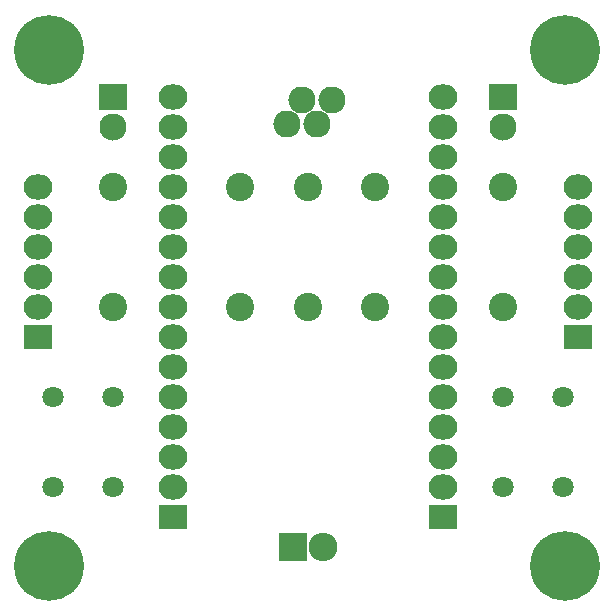
<source format=gbs>
%TF.GenerationSoftware,KiCad,Pcbnew,4.0.1-stable*%
%TF.CreationDate,2016-04-25T20:53:07+01:00*%
%TF.ProjectId,basic,62617369632E6B696361645F70636200,rev?*%
%TF.FileFunction,Soldermask,Bot*%
%FSLAX46Y46*%
G04 Gerber Fmt 4.6, Leading zero omitted, Abs format (unit mm)*
G04 Created by KiCad (PCBNEW 4.0.1-stable) date 25/04/2016 20:53:07*
%MOMM*%
G01*
G04 APERTURE LIST*
%ADD10C,0.100000*%
%ADD11O,2.300000X2.300000*%
%ADD12C,2.398980*%
%ADD13R,2.400000X2.300000*%
%ADD14C,2.300000*%
%ADD15C,5.900000*%
%ADD16C,1.797000*%
%ADD17R,2.432000X2.127200*%
%ADD18O,2.432000X2.127200*%
%ADD19R,2.432000X2.432000*%
%ADD20O,2.432000X2.432000*%
G04 APERTURE END LIST*
D10*
D11*
X143554000Y-81316000D03*
X144824000Y-79284000D03*
X146094000Y-81316000D03*
X147364000Y-79284000D03*
D12*
X151047000Y-86650000D03*
X151047000Y-96810000D03*
D13*
X128822000Y-79030000D03*
D14*
X128822000Y-81570000D03*
D13*
X161842000Y-79030000D03*
D14*
X161842000Y-81570000D03*
D15*
X123483000Y-74981000D03*
X123483000Y-118669000D03*
X167171000Y-74981000D03*
X167171000Y-118669000D03*
D16*
X166922000Y-112050000D03*
X161842000Y-112050000D03*
X166922000Y-104430000D03*
X161842000Y-104430000D03*
X123742000Y-104430000D03*
X128822000Y-104430000D03*
X123742000Y-112050000D03*
X128822000Y-112050000D03*
D17*
X156762000Y-114590000D03*
D18*
X156762000Y-112050000D03*
X156762000Y-109510000D03*
X156762000Y-106970000D03*
X156762000Y-104430000D03*
X156762000Y-101890000D03*
X156762000Y-99350000D03*
X156762000Y-96810000D03*
X156762000Y-94270000D03*
X156762000Y-91730000D03*
X156762000Y-89190000D03*
X156762000Y-86650000D03*
X156762000Y-84110000D03*
X156762000Y-81570000D03*
X156762000Y-79030000D03*
D17*
X133902000Y-114590000D03*
D18*
X133902000Y-112050000D03*
X133902000Y-109510000D03*
X133902000Y-106970000D03*
X133902000Y-104430000D03*
X133902000Y-101890000D03*
X133902000Y-99350000D03*
X133902000Y-96810000D03*
X133902000Y-94270000D03*
X133902000Y-91730000D03*
X133902000Y-89190000D03*
X133902000Y-86650000D03*
X133902000Y-84110000D03*
X133902000Y-81570000D03*
X133902000Y-79030000D03*
D17*
X168192000Y-99350000D03*
D18*
X168192000Y-96810000D03*
X168192000Y-94270000D03*
X168192000Y-91730000D03*
X168192000Y-89190000D03*
X168192000Y-86650000D03*
D17*
X122472000Y-99350000D03*
D18*
X122472000Y-96810000D03*
X122472000Y-94270000D03*
X122472000Y-91730000D03*
X122472000Y-89190000D03*
X122472000Y-86650000D03*
D12*
X128822000Y-86650000D03*
X128822000Y-96810000D03*
X161842000Y-86650000D03*
X161842000Y-96810000D03*
X145332000Y-86650000D03*
X145332000Y-96810000D03*
X139617000Y-86650000D03*
X139617000Y-96810000D03*
D19*
X144062000Y-117130000D03*
D20*
X146602000Y-117130000D03*
M02*

</source>
